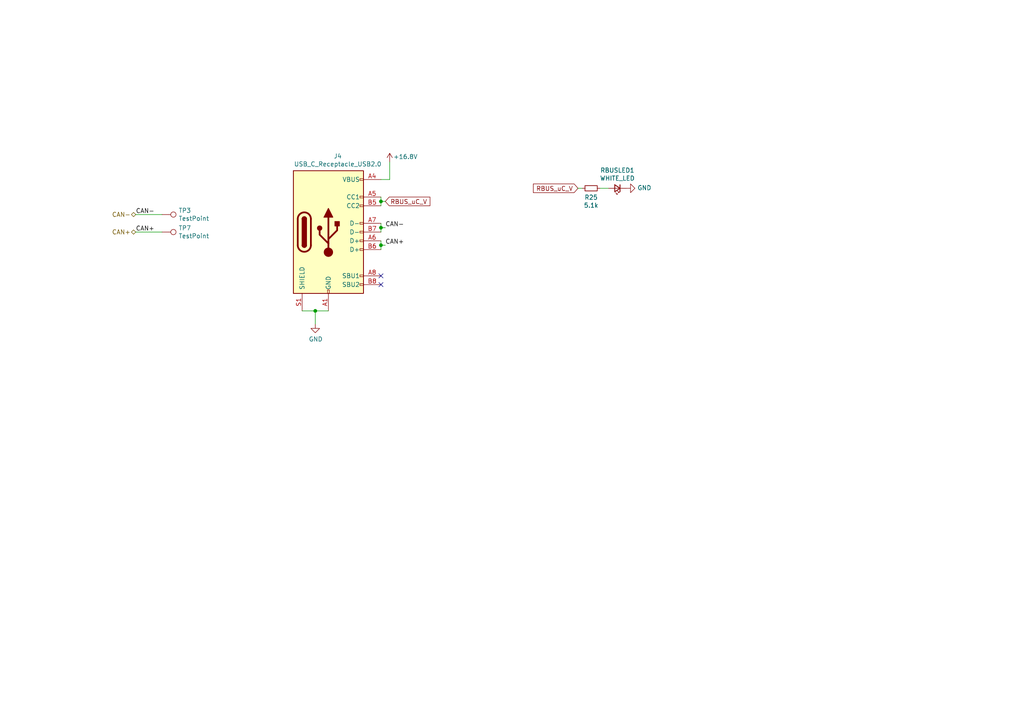
<source format=kicad_sch>
(kicad_sch (version 20250114) (generator "eeschema") (generator_version "9.0")
  (paper "A4")
  (lib_symbols
    (symbol "Connector:TestPoint" (pin_numbers (hide yes)) (pin_names (offset 0.762) (hide yes))
      (property "Reference" "TP" (at 0 6.858 0))
      (property "Value" "TestPoint" (at 0 5.08 0))
      (symbol "TestPoint_0_1"
        (circle (center 0 3.302) (radius 0.762))
      )
      (symbol "TestPoint_1_1"
        (pin passive line (at 0 0 90) (length 2.54) (name "1") (number "1"))
      )
    )
    (symbol "Connector:USB_C_Receptacle_USB2.0" (pin_names (offset 1.016))
      (property "Reference" "J" (at -10.16 19.05 0))
      (property "Value" "USB_C_Receptacle_USB2.0" (at 19.05 19.05 0))
      (symbol "USB_C_Receptacle_USB2.0_0_0"
        (rectangle (start -0.254 -17.78) (end 0.254 -16.764))
        (rectangle (start 10.16 15.494) (end 9.144 14.986))
        (rectangle (start 10.16 10.414) (end 9.144 9.906))
        (rectangle (start 10.16 7.874) (end 9.144 7.366))
        (rectangle (start 10.16 2.794) (end 9.144 2.286))
        (rectangle (start 10.16 0.254) (end 9.144 -0.254))
        (rectangle (start 10.16 -2.286) (end 9.144 -2.794))
        (rectangle (start 10.16 -4.826) (end 9.144 -5.334))
        (rectangle (start 10.16 -12.446) (end 9.144 -12.954))
        (rectangle (start 10.16 -14.986) (end 9.144 -15.494))
      )
      (symbol "USB_C_Receptacle_USB2.0_0_1"
        (rectangle (start -10.16 17.78) (end 10.16 -17.78) (stroke (width 0.254)) (fill (type background)))
        (polyline (pts (xy -8.89 -3.81) (xy -8.89 3.81)) (stroke (width 0.508)))
        (rectangle (start -7.62 -3.81) (end -6.35 3.81) (stroke (width 0.254)) (fill (type outline)))
        (arc (start -7.62 3.81) (mid -6.985 4.4423) (end -6.35 3.81) (stroke (width 0.254)))
        (arc (start -7.62 3.81) (mid -6.985 4.4423) (end -6.35 3.81) (stroke (width 0.254)) (fill (type outline)))
        (arc (start -8.89 3.81) (mid -6.985 5.7067) (end -5.08 3.81) (stroke (width 0.508)))
        (arc (start -5.08 -3.81) (mid -6.985 -5.7067) (end -8.89 -3.81) (stroke (width 0.508)))
        (arc (start -6.35 -3.81) (mid -6.985 -4.4423) (end -7.62 -3.81) (stroke (width 0.254)))
        (arc (start -6.35 -3.81) (mid -6.985 -4.4423) (end -7.62 -3.81) (stroke (width 0.254)) (fill (type outline)))
        (polyline (pts (xy -5.08 3.81) (xy -5.08 -3.81)) (stroke (width 0.508)))
        (circle (center -2.54 1.143) (radius 0.635) (stroke (width 0.254)) (fill (type outline)))
        (polyline (pts (xy -1.27 4.318) (xy 0 6.858) (xy 1.27 4.318) (xy -1.27 4.318)) (stroke (width 0.254)) (fill (type outline)))
        (polyline (pts (xy 0 -2.032) (xy 2.54 0.508) (xy 2.54 1.778)) (stroke (width 0.508)))
        (polyline (pts (xy 0 -3.302) (xy -2.54 -0.762) (xy -2.54 0.508)) (stroke (width 0.508)))
        (polyline (pts (xy 0 -5.842) (xy 0 4.318)) (stroke (width 0.508)))
        (circle (center 0 -5.842) (radius 1.27) (fill (type outline)))
        (rectangle (start 1.905 1.778) (end 3.175 3.048) (stroke (width 0.254)) (fill (type outline)))
      )
      (symbol "USB_C_Receptacle_USB2.0_1_1"
        (pin passive line (at -7.62 -22.86 90) (length 5.08) (name "SHIELD") (number "S1"))
        (pin passive line (at 0 -22.86 90) (length 5.08) (name "GND") (number "A1"))
        (pin passive line (at 0 -22.86 90) (length 5.08) (hide yes) (name "GND") (number "A12"))
        (pin passive line (at 0 -22.86 90) (length 5.08) (hide yes) (name "GND") (number "B1"))
        (pin passive line (at 0 -22.86 90) (length 5.08) (hide yes) (name "GND") (number "B12"))
        (pin passive line (at 15.24 15.24 180) (length 5.08) (name "VBUS") (number "A4"))
        (pin passive line (at 15.24 15.24 180) (length 5.08) (hide yes) (name "VBUS") (number "A9"))
        (pin passive line (at 15.24 15.24 180) (length 5.08) (hide yes) (name "VBUS") (number "B4"))
        (pin passive line (at 15.24 15.24 180) (length 5.08) (hide yes) (name "VBUS") (number "B9"))
        (pin bidirectional line (at 15.24 10.16 180) (length 5.08) (name "CC1") (number "A5"))
        (pin bidirectional line (at 15.24 7.62 180) (length 5.08) (name "CC2") (number "B5"))
        (pin bidirectional line (at 15.24 2.54 180) (length 5.08) (name "D-") (number "A7"))
        (pin bidirectional line (at 15.24 0 180) (length 5.08) (name "D-") (number "B7"))
        (pin bidirectional line (at 15.24 -2.54 180) (length 5.08) (name "D+") (number "A6"))
        (pin bidirectional line (at 15.24 -5.08 180) (length 5.08) (name "D+") (number "B6"))
        (pin bidirectional line (at 15.24 -12.7 180) (length 5.08) (name "SBU1") (number "A8"))
        (pin bidirectional line (at 15.24 -15.24 180) (length 5.08) (name "SBU2") (number "B8"))
      )
    )
    (symbol "Device:LED_Small" (pin_numbers (hide yes)) (pin_names (offset 0.254) (hide yes))
      (property "Reference" "D" (at -1.27 3.175 0))
      (property "Value" "LED_Small" (at -4.445 -2.54 0))
      (symbol "LED_Small_0_1"
        (polyline (pts (xy -0.762 -1.016) (xy -0.762 1.016)) (stroke (width 0.254)))
        (polyline (pts (xy 0 0.762) (xy -0.508 1.27) (xy -0.254 1.27) (xy -0.508 1.27) (xy -0.508 1.016)))
        (polyline (pts (xy 0.508 1.27) (xy 0 1.778) (xy 0.254 1.778) (xy 0 1.778) (xy 0 1.524)))
        (polyline (pts (xy 0.762 -1.016) (xy -0.762 0) (xy 0.762 1.016) (xy 0.762 -1.016)) (stroke (width 0.254)))
        (polyline (pts (xy 1.016 0) (xy -0.762 0)))
      )
      (symbol "LED_Small_1_1"
        (pin passive line (at -2.54 0 0) (length 1.778) (name "K") (number "1"))
        (pin passive line (at 2.54 0 180) (length 1.778) (name "A") (number "2"))
      )
    )
    (symbol "Device:R_Small" (pin_numbers (hide yes)) (pin_names (offset 0.254) (hide yes))
      (property "Reference" "R" (at 0.762 0.508 0))
      (property "Value" "R_Small" (at 0.762 -1.016 0))
      (symbol "R_Small_0_1"
        (rectangle (start -0.762 1.778) (end 0.762 -1.778) (stroke (width 0.2032)))
      )
      (symbol "R_Small_1_1"
        (pin passive line (at 0 2.54 270) (length 0.762) (name "~") (number "1"))
        (pin passive line (at 0 -2.54 90) (length 0.762) (name "~") (number "2"))
      )
    )
    (symbol "power:+12V" (power) (pin_names (offset 0))
      (property "Value" "+12V" (at 0 3.556 0))
      (symbol "+12V_0_1"
        (polyline (pts (xy -0.762 1.27) (xy 0 2.54)))
        (polyline (pts (xy 0 2.54) (xy 0.762 1.27)))
        (polyline (pts (xy 0 0) (xy 0 2.54)))
      )
      (symbol "+12V_1_1"
        (pin power_in line (at 0 0 90) (length 0) (hide yes) (name "+12V") (number "1"))
      )
    )
    (symbol "power:GND" (power) (pin_names (offset 0))
      (property "Value" "GND" (at 0 -3.81 0))
      (symbol "GND_0_1"
        (polyline (pts (xy 0 0) (xy 0 -1.27) (xy 1.27 -1.27) (xy 0 -2.54) (xy -1.27 -1.27) (xy 0 -1.27)))
      )
      (symbol "GND_1_1"
        (pin power_in line (at 0 0 270) (length 0) (hide yes) (name "GND") (number "1"))
      )
    )
  )
  (junction (at 110.49 66.04))
  (junction (at 110.49 71.12))
  (junction (at 110.49 58.42))
  (junction (at 91.44 90.17))
  (no_connect (at 110.49 82.55))
  (no_connect (at 110.49 80.01))
  (wire (pts (xy 176.53 54.61) (xy 173.99 54.61)))
  (wire (pts (xy 110.49 71.12) (xy 111.76 71.12)))
  (wire (pts (xy 39.37 62.23) (xy 46.99 62.23)))
  (wire (pts (xy 110.49 66.04) (xy 110.49 64.77)))
  (wire (pts (xy 91.44 90.17) (xy 91.44 93.98)))
  (wire (pts (xy 113.03 46.99) (xy 113.03 52.07)))
  (wire (pts (xy 110.49 57.15) (xy 110.49 58.42)))
  (wire (pts (xy 110.49 58.42) (xy 111.76 58.42)))
  (wire (pts (xy 110.49 67.31) (xy 110.49 66.04)))
  (wire (pts (xy 110.49 58.42) (xy 110.49 59.69)))
  (wire (pts (xy 110.49 71.12) (xy 110.49 72.39)))
  (wire (pts (xy 110.49 66.04) (xy 111.76 66.04)))
  (wire (pts (xy 39.37 67.31) (xy 46.99 67.31)))
  (wire (pts (xy 87.63 90.17) (xy 91.44 90.17)))
  (wire (pts (xy 91.44 90.17) (xy 95.25 90.17)))
  (wire (pts (xy 113.03 52.07) (xy 110.49 52.07)))
  (wire (pts (xy 167.64 54.61) (xy 168.91 54.61)))
  (wire (pts (xy 110.49 69.85) (xy 110.49 71.12)))
  (label "CAN+" (at 39.37 67.31 0))
  (label "CAN-" (at 111.76 66.04 0))
  (label "CAN-" (at 39.37 62.23 0))
  (label "CAN+" (at 111.76 71.12 0))
  (global_label "RBUS_uC_V" (shape input) (at 167.64 54.61 180) (property "Intersheetrefs" "${INTERSHEET_REFS}" (effects (hide yes))))
  (global_label "RBUS_uC_V" (shape input) (at 111.76 58.42 0) (property "Intersheetrefs" "${INTERSHEET_REFS}" (effects (hide yes))))
  (hierarchical_label "CAN+" (shape bidirectional) (at 39.37 67.31 180))
  (hierarchical_label "CAN-" (shape bidirectional) (at 39.37 62.23 180))
  (symbol (lib_id "Device:R_Small") (at 171.45 54.61 90) (unit 1)
    (property "Reference" "R25" (at 171.45 57.2516 90))
    (property "Value" "5.1k" (at 171.45 59.563 90))
    (property "Footprint" "Resistor_SMD:R_0402_1005Metric" (effects (hide yes)))
  )
  (symbol (lib_id "power:GND") (at 91.44 93.98 0) (unit 1)
    (property "Reference" "#PWR058" (effects (hide yes)))
    (property "Value" "GND" (at 91.567 98.3742 0))
  )
  (symbol (lib_id "Device:LED_Small") (at 179.07 54.61 180) (unit 1)
    (property "Reference" "RBUSLED1" (at 179.07 49.403 0))
    (property "Value" "WHITE_LED" (at 179.07 51.7144 0))
    (property "Footprint" "LED_SMD:LED_0402_1005Metric" (effects (hide yes)))
  )
  (symbol (lib_id "Connector:TestPoint") (at 46.99 62.23 270) (unit 1)
    (property "Reference" "TP3" (at 51.7652 61.0616 90) (effects (justify left)))
    (property "Value" "TestPoint" (at 51.7652 63.373 90) (effects (justify left)))
    (property "Footprint" "TestPoint:TestPoint_Pad_D1.0mm" (effects (hide yes)))
  )
  (symbol (lib_id "power:+12V") (at 113.03 46.99 0) (mirror y) (unit 1)
    (property "Reference" "#PWR067" (effects (hide yes)))
    (property "Value" "+16.8V" (at 117.602 45.466 0))
  )
  (symbol (lib_id "power:GND") (at 181.61 54.61 90) (unit 1)
    (property "Reference" "#PWR064" (effects (hide yes)))
    (property "Value" "GND" (at 184.8612 54.483 90) (effects (justify right)))
  )
  (symbol (lib_id "Connector:USB_C_Receptacle_USB2.0") (at 95.25 67.31 0) (unit 1)
    (property "Reference" "J4" (at 97.9678 45.2882 0))
    (property "Value" "USB_C_Receptacle_USB2.0" (at 97.9678 47.5996 0))
    (property "Footprint" "iclr:USB_C_Receptacle_Palconn_UTC16-G" (effects (hide yes)))
    (property "Datasheet" "https://www.usb.org/sites/default/files/documents/usb_type-c.zip" (effects (hide yes)))
  )
  (symbol (lib_id "Connector:TestPoint") (at 46.99 67.31 270) (unit 1)
    (property "Reference" "TP7" (at 51.7652 66.1416 90) (effects (justify left)))
    (property "Value" "TestPoint" (at 51.7652 68.453 90) (effects (justify left)))
    (property "Footprint" "TestPoint:TestPoint_Pad_D1.0mm" (effects (hide yes)))
  )
)
</source>
